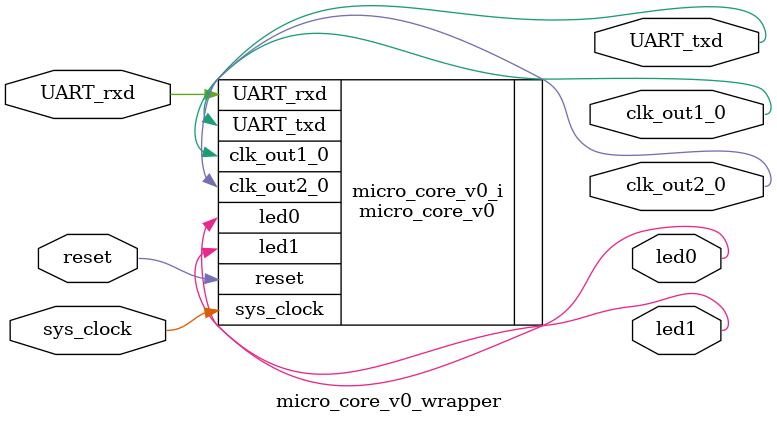
<source format=v>
`timescale 1 ps / 1 ps

module micro_core_v0_wrapper
   (UART_rxd,
    UART_txd,
    clk_out1_0,
    clk_out2_0,
    led0,
    led1,
    reset,
    sys_clock);
  input UART_rxd;
  output UART_txd;
  output clk_out1_0;
  output clk_out2_0;
  output led0;
  output led1;
  input reset;
  input sys_clock;

  wire UART_rxd;
  wire UART_txd;
  wire clk_out1_0;
  wire clk_out2_0;
  wire led0;
  wire led1;
  wire reset;
  wire sys_clock;

  micro_core_v0 micro_core_v0_i
       (.UART_rxd(UART_rxd),
        .UART_txd(UART_txd),
        .clk_out1_0(clk_out1_0),
        .clk_out2_0(clk_out2_0),
        .led0(led0),
        .led1(led1),
        .reset(reset),
        .sys_clock(sys_clock));
endmodule

</source>
